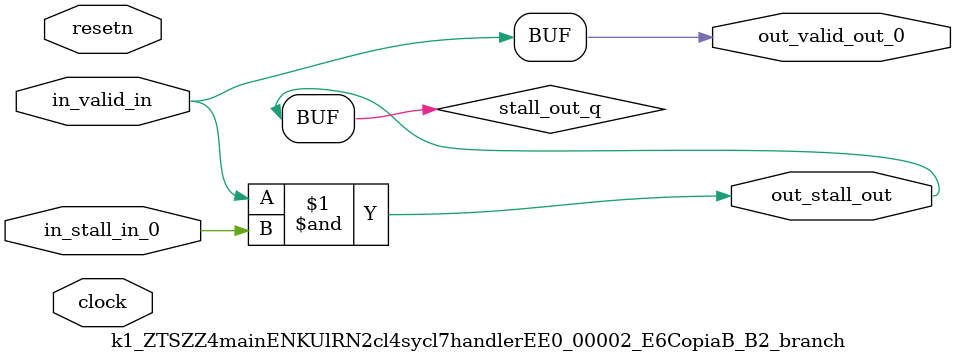
<source format=sv>



(* altera_attribute = "-name AUTO_SHIFT_REGISTER_RECOGNITION OFF; -name MESSAGE_DISABLE 10036; -name MESSAGE_DISABLE 10037; -name MESSAGE_DISABLE 14130; -name MESSAGE_DISABLE 14320; -name MESSAGE_DISABLE 15400; -name MESSAGE_DISABLE 14130; -name MESSAGE_DISABLE 10036; -name MESSAGE_DISABLE 12020; -name MESSAGE_DISABLE 12030; -name MESSAGE_DISABLE 12010; -name MESSAGE_DISABLE 12110; -name MESSAGE_DISABLE 14320; -name MESSAGE_DISABLE 13410; -name MESSAGE_DISABLE 113007; -name MESSAGE_DISABLE 10958" *)
module k1_ZTSZZ4mainENKUlRN2cl4sycl7handlerEE0_00002_E6CopiaB_B2_branch (
    input wire [0:0] in_stall_in_0,
    input wire [0:0] in_valid_in,
    output wire [0:0] out_stall_out,
    output wire [0:0] out_valid_out_0,
    input wire clock,
    input wire resetn
    );

    wire [0:0] stall_out_q;


    // stall_out(LOGICAL,6)
    assign stall_out_q = in_valid_in & in_stall_in_0;

    // out_stall_out(GPOUT,4)
    assign out_stall_out = stall_out_q;

    // out_valid_out_0(GPOUT,5)
    assign out_valid_out_0 = in_valid_in;

endmodule

</source>
